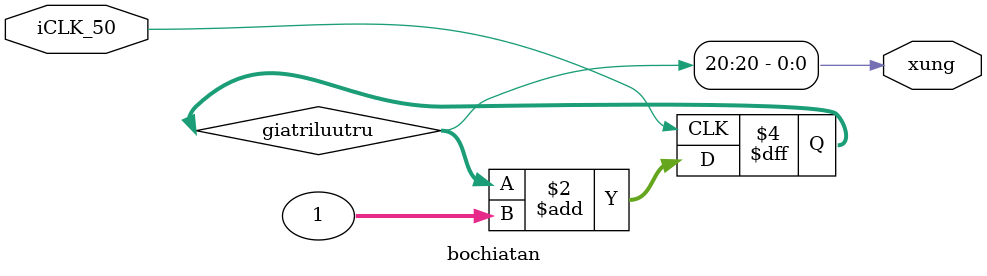
<source format=v>

module bochiatan(input iCLK_50,output xung);
reg [31:0] giatriluutru=32'h00000000;

always @(posedge iCLK_50)
             begin
             
             giatriluutru=giatriluutru+1;
              
             end
             
             
assign xung=giatriluutru[20];
endmodule

</source>
